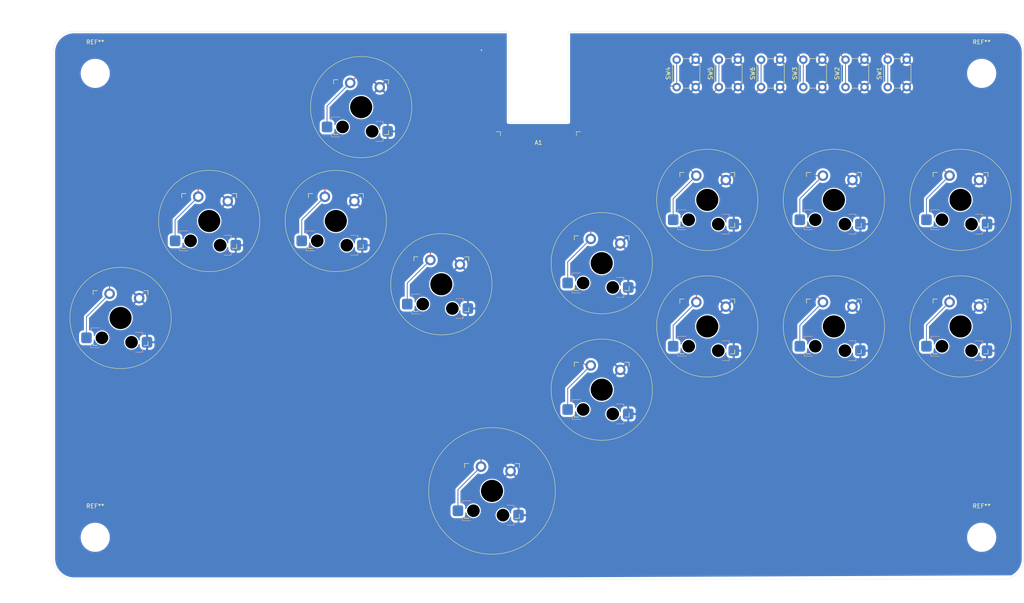
<source format=kicad_pcb>
(kicad_pcb (version 20240108) (generator "pcbnew") (generator_version "8.0")
  (layers (0 "F.Cu" signal) (31 "B.Cu" signal) (34 "B.Paste" user) (35 "F.Paste" user) (36 "B.SilkS" user "B.Silkscreen") (37 "F.SilkS" user "F.Silkscreen") (38 "B.Mask" user) (39 "F.Mask" user) (44 "Edge.Cuts" user))
  (net 0 "")
  (net 1 "GND")
  (net 2 "TRIANGLE")
  (net 4 "SQUARE")
  (net 5 "OPT1")
  (net 6 "DOWN")
  (net 7 "UP_W")
  (net 8 "OPT5")
  (net 9 "OPT6")
  (net 10 "LEFT")
  (net 11 "OPT3")
  (net 12 "OPT4")
  (net 13 "L1")
  (net 14 "CROSS")
  (net 15 "OPT2")
  (net 16 "RIGHT")
  (net 17 "SHIFT")
  (net 18 "L2")
  (net 19 "R2")
  (net 20 "UP")
  (net 22 "CIRCLE")
  (net 23 "R1")
  (footprint "RP2040-Zero:RP2040-Zero" (layer "F.Cu") (at 115 12.08)
    (property "Reference" "A1" (at 0 14.35 0) (layer "F.SilkS"))
    (property "Value" "RP2040-Zero")
    (pad "1" smd roundrect (at 9.16 -10.16 180) (size 3 1.524) (layers "F.Cu" "F.Paste" "F.Mask") (net 5 "OPT1"))
    (pad "2" smd roundrect (at 9.16 -7.62 180) (size 3 1.524) (layers "F.Cu" "F.Paste" "F.Mask") (net 15 "OPT2"))
    (pad "3" smd roundrect (at 9.16 -5.08 180) (size 3 1.524) (layers "F.Cu" "F.Paste" "F.Mask") (net 11 "OPT3"))
    (pad "4" smd roundrect (at 9.16 -2.54 180) (size 3 1.524) (layers "F.Cu" "F.Paste" "F.Mask") (net 12 "OPT4"))
    (pad "5" smd roundrect (at 9.16 0 180) (size 3 1.524) (layers "F.Cu" "F.Paste" "F.Mask") (net 8 "OPT5"))
    (pad "6" smd roundrect (at 9.16 2.54 180) (size 3 1.524) (layers "F.Cu" "F.Paste" "F.Mask") (net 9 "OPT6"))
    (pad "7" smd roundrect (at 9.16 5.08 180) (size 3 1.524) (layers "F.Cu" "F.Paste" "F.Mask") (net 13 "L1"))
    (pad "8" smd roundrect (at 9.16 7.62 180) (size 3 1.524) (layers "F.Cu" "F.Paste" "F.Mask") (net 18 "L2"))
    (pad "9" smd roundrect (at 9.16 10.16 180) (size 3 1.524) (layers "F.Cu" "F.Paste" "F.Mask") (net 23 "R1"))
    (pad "10" smd roundrect (at 5.08 11.7 270) (size 3 1.524) (layers "F.Cu" "F.Paste" "F.Mask") (net 19 "R2"))
    (pad "11" smd roundrect (at 2.54 11.7 270) (size 3 1.524) (layers "F.Cu" "F.Paste" "F.Mask") (net 2 "TRIANGLE"))
    (pad "12" smd roundrect (at 0 11.7 270) (size 3 1.524) (layers "F.Cu" "F.Paste" "F.Mask") (net 22 "CIRCLE"))
    (pad "13" smd roundrect (at -2.54 11.7 270) (size 3 1.524) (layers "F.Cu" "F.Paste" "F.Mask") (net 4 "SQUARE"))
    (pad "14" smd roundrect (at -5.08 11.7 90) (size 3 1.524) (layers "F.Cu" "F.Paste" "F.Mask") (net 14 "CROSS"))
    (pad "15" smd roundrect (at -9.16 10.16 180) (size 3 1.524) (layers "F.Cu" "F.Paste" "F.Mask") (net 20 "UP"))
    (pad "16" smd roundrect (at -9.16 7.62 180) (size 3 1.524) (layers "F.Cu" "F.Paste" "F.Mask") (net 16 "RIGHT"))
    (pad "17" smd roundrect (at -9.16 5.08 180) (size 3 1.524) (layers "F.Cu" "F.Paste" "F.Mask") (net 6 "DOWN"))
    (pad "18" smd roundrect (at -9.16 2.54 180) (size 3 1.524) (layers "F.Cu" "F.Paste" "F.Mask") (net 10 "LEFT"))
    (pad "19" smd roundrect (at -9.16 0 180) (size 3 1.524) (layers "F.Cu" "F.Paste" "F.Mask") (net 17 "SHIFT"))
    (pad "20" smd roundrect (at -9.16 -2.54 180) (size 3 1.524) (layers "F.Cu" "F.Paste" "F.Mask") (net 7 "UP_W"))
    (pad "21" smd roundrect (at -9.16 -5.08 180) (size 3 1.524) (layers "F.Cu" "F.Paste" "F.Mask"))
    (pad "22" smd roundrect (at -9.16 -10.16 180) (size 3 1.524) (layers "F.Cu" "F.Paste" "F.Mask"))
    (pad "23" smd roundrect (at -9.16 -7.62 180) (size 3 1.524) (layers "F.Cu" "F.Paste" "F.Mask") (net 1 "GND"))
  )
  (footprint "Button_Switch_THT:SW_PUSH_6mm_H5mm" (layer "F.Cu") (at 157.75 13.25 90)
    (property "Reference" "SW5" (at 3.25 -2 -90) (layer "F.SilkS"))
    (property "Value" "SW_Push")
    (pad "1" thru_hole circle (at 0 0 180) (size 2 2) (drill 1.1) (layers "*.Cu" "*.Mask") (net 8 "OPT5"))
    (pad "1" thru_hole circle (at 6.5 0 180) (size 2 2) (drill 1.1) (layers "*.Cu" "*.Mask") (net 8 "OPT5"))
    (pad "2" thru_hole circle (at 0 4.5 180) (size 2 2) (drill 1.1) (layers "*.Cu" "*.Mask") (net 1 "GND"))
    (pad "2" thru_hole circle (at 6.5 4.5 180) (size 2 2) (drill 1.1) (layers "*.Cu" "*.Mask") (net 1 "GND"))
  )
  (footprint "MountingHole:MountingHole_6.4mm_M6" (layer "F.Cu") (at 10 120)
    (property "Reference" "REF**" (at 0 -7.4 0) (layer "F.SilkS"))
    (property "Value" "MountingHole_6.4mm_M6")
    (pad "" np_thru_hole circle (at 0 0) (size 6.4 6.4) (drill 6.4) (layers "F&B.Cu" "*.Mask"))
  )
  (footprint "Button_Switch_THT:SW_PUSH_6mm_H5mm" (layer "F.Cu") (at 197.75 13.25 90)
    (property "Reference" "SW1" (at 3.25 -2 -90) (layer "F.SilkS"))
    (property "Value" "SW_Push")
    (pad "1" thru_hole circle (at 0 0 180) (size 2 2) (drill 1.1) (layers "*.Cu" "*.Mask") (net 5 "OPT1"))
    (pad "1" thru_hole circle (at 6.5 0 180) (size 2 2) (drill 1.1) (layers "*.Cu" "*.Mask") (net 5 "OPT1"))
    (pad "2" thru_hole circle (at 0 4.5 180) (size 2 2) (drill 1.1) (layers "*.Cu" "*.Mask") (net 1 "GND"))
    (pad "2" thru_hole circle (at 6.5 4.5 180) (size 2 2) (drill 1.1) (layers "*.Cu" "*.Mask") (net 1 "GND"))
  )
  (footprint "Button_Switch_THT:SW_PUSH_6mm_H5mm" (layer "F.Cu") (at 177.75 13.25 90)
    (property "Reference" "SW3" (at 3.25 -2 -90) (layer "F.SilkS"))
    (property "Value" "SW_Push")
    (pad "1" thru_hole circle (at 0 0 180) (size 2 2) (drill 1.1) (layers "*.Cu" "*.Mask") (net 11 "OPT3"))
    (pad "1" thru_hole circle (at 6.5 0 180) (size 2 2) (drill 1.1) (layers "*.Cu" "*.Mask") (net 11 "OPT3"))
    (pad "2" thru_hole circle (at 0 4.5 180) (size 2 2) (drill 1.1) (layers "*.Cu" "*.Mask") (net 1 "GND"))
    (pad "2" thru_hole circle (at 6.5 4.5 180) (size 2 2) (drill 1.1) (layers "*.Cu" "*.Mask") (net 1 "GND"))
  )
  (footprint "Button_Switch_THT:SW_PUSH_6mm_H5mm" (layer "F.Cu") (at 167.75 13.25 90)
    (property "Reference" "SW6" (at 3.25 -2 -90) (layer "F.SilkS"))
    (property "Value" "SW_Push")
    (pad "1" thru_hole circle (at 0 0 180) (size 2 2) (drill 1.1) (layers "*.Cu" "*.Mask") (net 9 "OPT6"))
    (pad "1" thru_hole circle (at 6.5 0 180) (size 2 2) (drill 1.1) (layers "*.Cu" "*.Mask") (net 9 "OPT6"))
    (pad "2" thru_hole circle (at 0 4.5 180) (size 2 2) (drill 1.1) (layers "*.Cu" "*.Mask") (net 1 "GND"))
    (pad "2" thru_hole circle (at 6.5 4.5 180) (size 2 2) (drill 1.1) (layers "*.Cu" "*.Mask") (net 1 "GND"))
  )
  (footprint "key-switches:SW_Gateron_LowProfile_HotSwap_THT" (layer "F.Cu") (at 16 68)
    (property "Reference" "SW19" (hide yes))
    (property "Value" "SW_Push" (hide yes))
    (pad "" np_thru_hole circle (at -4.4 4.7) (size 3 3) (drill 3) (layers "*.Mask"))
    (pad "" np_thru_hole circle (at 0 0) (size 5.25 5.25) (drill 5.25) (layers "*.Mask"))
    (pad "" np_thru_hole circle (at 2.6 5.75) (size 3 3) (drill 3) (layers "*.Mask"))
    (pad "1" smd roundrect (at -8.075 4.7) (size 2.5 2.55) (layers "B.Cu" "B.Paste" "B.Mask") (roundrect_rratio 0.2) (net 17 "SHIFT"))
    (pad "1" thru_hole circle (at -2.6 -5.75) (size 2.5 2.5) (drill 1.5) (layers "*.Cu" "B.Mask") (net 17 "SHIFT"))
    (pad "2" thru_hole circle (at 4.4 -4.7) (size 2.5 2.5) (drill 1.5) (layers "*.Cu" "B.Mask") (net 1 "GND"))
    (pad "2" smd roundrect (at 6.275 5.75) (size 2.5 2.55) (layers "B.Cu" "B.Paste" "B.Mask") (roundrect_rratio 0.2) (net 1 "GND"))
  )
  (footprint "key-switches:SW_Gateron_LowProfile_HotSwap_THT" (layer "F.Cu") (at 155 40)
    (property "Reference" "SW11" (hide yes))
    (property "Value" "SW_Push" (hide yes))
    (pad "" np_thru_hole circle (at -4.4 4.7) (size 3 3) (drill 3) (layers "*.Mask"))
    (pad "" np_thru_hole circle (at 0 0) (size 5.25 5.25) (drill 5.25) (layers "*.Mask"))
    (pad "" np_thru_hole circle (at 2.6 5.75) (size 3 3) (drill 3) (layers "*.Mask"))
    (pad "1" smd roundrect (at -8.075 4.7) (size 2.5 2.55) (layers "B.Cu" "B.Paste" "B.Mask") (roundrect_rratio 0.2) (net 2 "TRIANGLE"))
    (pad "1" thru_hole circle (at -2.6 -5.75) (size 2.5 2.5) (drill 1.5) (layers "*.Cu" "B.Mask") (net 2 "TRIANGLE"))
    (pad "2" thru_hole circle (at 4.4 -4.7) (size 2.5 2.5) (drill 1.5) (layers "*.Cu" "B.Mask") (net 1 "GND"))
    (pad "2" smd roundrect (at 6.275 5.75) (size 2.5 2.55) (layers "B.Cu" "B.Paste" "B.Mask") (roundrect_rratio 0.2) (net 1 "GND"))
  )
  (footprint "key-switches:SW_Gateron_LowProfile_HotSwap_THT" (layer "F.Cu") (at 92 60)
    (property "Reference" "SW9" (hide yes))
    (property "Value" "SW_Push" (hide yes))
    (pad "" np_thru_hole circle (at -4.4 4.7) (size 3 3) (drill 3) (layers "*.Mask"))
    (pad "" np_thru_hole circle (at 0 0) (size 5.25 5.25) (drill 5.25) (layers "*.Mask"))
    (pad "" np_thru_hole circle (at 2.6 5.75) (size 3 3) (drill 3) (layers "*.Mask"))
    (pad "1" smd roundrect (at -8.075 4.7) (size 2.5 2.55) (layers "B.Cu" "B.Paste" "B.Mask") (roundrect_rratio 0.2) (net 16 "RIGHT"))
    (pad "1" thru_hole circle (at -2.6 -5.75) (size 2.5 2.5) (drill 1.5) (layers "*.Cu" "B.Mask") (net 16 "RIGHT"))
    (pad "2" thru_hole circle (at 4.4 -4.7) (size 2.5 2.5) (drill 1.5) (layers "*.Cu" "B.Mask") (net 1 "GND"))
    (pad "2" smd roundrect (at 6.275 5.75) (size 2.5 2.55) (layers "B.Cu" "B.Paste" "B.Mask") (roundrect_rratio 0.2) (net 1 "GND"))
  )
  (footprint "key-switches:SW_Gateron_LowProfile_HotSwap_THT" (layer "F.Cu") (at 130 85)
    (property "Reference" "SW14" (hide yes))
    (property "Value" "SW_Push" (hide yes))
    (pad "" np_thru_hole circle (at -4.4 4.7) (size 3 3) (drill 3) (layers "*.Mask"))
    (pad "" np_thru_hole circle (at 0 0) (size 5.25 5.25) (drill 5.25) (layers "*.Mask"))
    (pad "" np_thru_hole circle (at 2.6 5.75) (size 3 3) (drill 3) (layers "*.Mask"))
    (pad "1" smd roundrect (at -8.075 4.7) (size 2.5 2.55) (layers "B.Cu" "B.Paste" "B.Mask") (roundrect_rratio 0.2) (net 14 "CROSS"))
    (pad "1" thru_hole circle (at -2.6 -5.75) (size 2.5 2.5) (drill 1.5) (layers "*.Cu" "B.Mask") (net 14 "CROSS"))
    (pad "2" thru_hole circle (at 4.4 -4.7) (size 2.5 2.5) (drill 1.5) (layers "*.Cu" "B.Mask") (net 1 "GND"))
    (pad "2" smd roundrect (at 6.275 5.75) (size 2.5 2.55) (layers "B.Cu" "B.Paste" "B.Mask") (roundrect_rratio 0.2) (net 1 "GND"))
  )
  (footprint "MountingHole:MountingHole_6.4mm_M6" (layer "F.Cu") (at 10 10)
    (property "Reference" "REF**" (at 0 -7.4 0) (layer "F.SilkS"))
    (property "Value" "MountingHole_6.4mm_M6")
    (pad "" np_thru_hole circle (at 0 0) (size 6.4 6.4) (drill 6.4) (layers "*.Cu" "*.Mask"))
  )
  (footprint "key-switches:SW_Gateron_LowProfile_HotSwap_THT" (layer "F.Cu") (at 37 45)
    (property "Reference" "SW7" (hide yes))
    (property "Value" "SW_Push" (hide yes))
    (pad "" np_thru_hole circle (at -4.4 4.7) (size 3 3) (drill 3) (layers "*.Mask"))
    (pad "" np_thru_hole circle (at 0 0) (size 5.25 5.25) (drill 5.25) (layers "*.Mask"))
    (pad "" np_thru_hole circle (at 2.6 5.75) (size 3 3) (drill 3) (layers "*.Mask"))
    (pad "1" smd roundrect (at -8.075 4.7) (size 2.5 2.55) (layers "B.Cu" "B.Paste" "B.Mask") (roundrect_rratio 0.2) (net 10 "LEFT"))
    (pad "1" thru_hole circle (at -2.6 -5.75) (size 2.5 2.5) (drill 1.5) (layers "*.Cu" "B.Mask") (net 10 "LEFT"))
    (pad "2" thru_hole circle (at 4.4 -4.7) (size 2.5 2.5) (drill 1.5) (layers "*.Cu" "B.Mask") (net 1 "GND"))
    (pad "2" smd roundrect (at 6.275 5.75) (size 2.5 2.55) (layers "B.Cu" "B.Paste" "B.Mask") (roundrect_rratio 0.2) (net 1 "GND"))
  )
  (footprint "key-switches:SW_Gateron_LowProfile_HotSwap_THT" (layer "F.Cu") (at 73 18)
    (property "Reference" "SW20" (hide yes))
    (property "Value" "SW_Push" (hide yes))
    (pad "" np_thru_hole circle (at -4.4 4.7) (size 3 3) (drill 3) (layers "*.Mask"))
    (pad "" np_thru_hole circle (at 0 0) (size 5.25 5.25) (drill 5.25) (layers "*.Mask"))
    (pad "" np_thru_hole circle (at 2.6 5.75) (size 3 3) (drill 3) (layers "*.Mask"))
    (pad "1" smd roundrect (at -8.075 4.7) (size 2.5 2.55) (layers "B.Cu" "B.Paste" "B.Mask") (roundrect_rratio 0.2) (net 7 "UP_W"))
    (pad "1" thru_hole circle (at -2.6 -5.75) (size 2.5 2.5) (drill 1.5) (layers "*.Cu" "B.Mask") (net 7 "UP_W"))
    (pad "2" thru_hole circle (at 4.4 -4.7) (size 2.5 2.5) (drill 1.5) (layers "*.Cu" "B.Mask") (net 1 "GND"))
    (pad "2" smd roundrect (at 6.275 5.75) (size 2.5 2.55) (layers "B.Cu" "B.Paste" "B.Mask") (roundrect_rratio 0.2) (net 1 "GND"))
  )
  (footprint "key-switches:SW_Gateron_LowProfile_HotSwap_THT" (layer "F.Cu") (at 185 70)
    (property "Reference" "SW16" (hide yes))
    (property "Value" "SW_Push" (hide yes))
    (pad "" np_thru_hole circle (at -4.4 4.7) (size 3 3) (drill 3) (layers "*.Mask"))
    (pad "" np_thru_hole circle (at 0 0) (size 5.25 5.25) (drill 5.25) (layers "*.Mask"))
    (pad "" np_thru_hole circle (at 2.6 5.75) (size 3 3) (drill 3) (layers "*.Mask"))
    (pad "1" smd roundrect (at -8.075 4.7) (size 2.5 2.55) (layers "B.Cu" "B.Paste" "B.Mask") (roundrect_rratio 0.2) (net 19 "R2"))
    (pad "1" thru_hole circle (at -2.6 -5.75) (size 2.5 2.5) (drill 1.5) (layers "*.Cu" "B.Mask") (net 19 "R2"))
    (pad "2" thru_hole circle (at 4.4 -4.7) (size 2.5 2.5) (drill 1.5) (layers "*.Cu" "B.Mask") (net 1 "GND"))
    (pad "2" smd roundrect (at 6.275 5.75) (size 2.5 2.55) (layers "B.Cu" "B.Paste" "B.Mask") (roundrect_rratio 0.2) (net 1 "GND"))
  )
  (footprint "key-switches:SW_Gateron_LowProfile_HotSwap_THT" (layer "F.Cu") (at 130 55)
    (property "Reference" "SW10" (hide yes))
    (property "Value" "SW_Push" (hide yes))
    (pad "" np_thru_hole circle (at -4.4 4.7) (size 3 3) (drill 3) (layers "*.Mask"))
    (pad "" np_thru_hole circle (at 0 0) (size 5.25 5.25) (drill 5.25) (layers "*.Mask"))
    (pad "" np_thru_hole circle (at 2.6 5.75) (size 3 3) (drill 3) (layers "*.Mask"))
    (pad "1" smd roundrect (at -8.075 4.7) (size 2.5 2.55) (layers "B.Cu" "B.Paste" "B.Mask") (roundrect_rratio 0.2) (net 4 "SQUARE"))
    (pad "1" thru_hole circle (at -2.6 -5.75) (size 2.5 2.5) (drill 1.5) (layers "*.Cu" "B.Mask") (net 4 "SQUARE"))
    (pad "2" thru_hole circle (at 4.4 -4.7) (size 2.5 2.5) (drill 1.5) (layers "*.Cu" "B.Mask") (net 1 "GND"))
    (pad "2" smd roundrect (at 6.275 5.75) (size 2.5 2.55) (layers "B.Cu" "B.Paste" "B.Mask") (roundrect_rratio 0.2) (net 1 "GND"))
  )
  (footprint "Button_Switch_THT:SW_PUSH_6mm_H5mm" (layer "F.Cu") (at 147.75 13.25 90)
    (property "Reference" "SW4" (at 3.25 -2 -90) (layer "F.SilkS"))
    (property "Value" "SW_Push")
    (pad "1" thru_hole circle (at 0 0 180) (size 2 2) (drill 1.1) (layers "*.Cu" "*.Mask") (net 12 "OPT4"))
    (pad "1" thru_hole circle (at 6.5 0 180) (size 2 2) (drill 1.1) (layers "*.Cu" "*.Mask") (net 12 "OPT4"))
    (pad "2" thru_hole circle (at 0 4.5 180) (size 2 2) (drill 1.1) (layers "*.Cu" "*.Mask") (net 1 "GND"))
    (pad "2" thru_hole circle (at 6.5 4.5 180) (size 2 2) (drill 1.1) (layers "*.Cu" "*.Mask") (net 1 "GND"))
  )
  (footprint "MountingHole:MountingHole_6.4mm_M6" (layer "F.Cu") (at 220 10)
    (property "Reference" "REF**" (at 0 -7.4 0) (layer "F.SilkS"))
    (property "Value" "MountingHole_6.4mm_M6")
    (pad "" np_thru_hole circle (at 0 0) (size 6.4 6.4) (drill 6.4) (layers "F&B.Cu" "*.Mask"))
  )
  (footprint "key-switches:SW_Gateron_LowProfile_HotSwap_THT" (layer "F.Cu") (at 67 45)
    (property "Reference" "SW8" (hide yes))
    (property "Value" "SW_Push" (hide yes))
    (pad "" np_thru_hole circle (at -4.4 4.7) (size 3 3) (drill 3) (layers "*.Mask"))
    (pad "" np_thru_hole circle (at 0 0) (size 5.25 5.25) (drill 5.25) (layers "*.Mask"))
    (pad "" np_thru_hole circle (at 2.6 5.75) (size 3 3) (drill 3) (layers "*.Mask"))
    (pad "1" smd roundrect (at -8.075 4.7) (size 2.5 2.55) (layers "B.Cu" "B.Paste" "B.Mask") (roundrect_rratio 0.2) (net 6 "DOWN"))
    (pad "1" thru_hole circle (at -2.6 -5.75) (size 2.5 2.5) (drill 1.5) (layers "*.Cu" "B.Mask") (net 6 "DOWN"))
    (pad "2" thru_hole circle (at 4.4 -4.7) (size 2.5 2.5) (drill 1.5) (layers "*.Cu" "B.Mask") (net 1 "GND"))
    (pad "2" smd roundrect (at 6.275 5.75) (size 2.5 2.55) (layers "B.Cu" "B.Paste" "B.Mask") (roundrect_rratio 0.2) (net 1 "GND"))
  )
  (footprint "key-switches:SW_Gateron_LowProfile_HotSwap_THT" (layer "F.Cu") (at 104 109)
    (property "Reference" "SW18" (hide yes))
    (property "Value" "SW_Push" (hide yes))
    (pad "" np_thru_hole circle (at -4.4 4.7) (size 3 3) (drill 3) (layers "*.Mask"))
    (pad "" np_thru_hole circle (at 0 0) (size 5.25 5.25) (drill 5.25) (layers "*.Mask"))
    (pad "" np_thru_hole circle (at 2.6 5.75) (size 3 3) (drill 3) (layers "*.Mask"))
    (pad "1" smd roundrect (at -8.075 4.7) (size 2.5 2.55) (layers "B.Cu" "B.Paste" "B.Mask") (roundrect_rratio 0.2) (net 20 "UP"))
    (pad "1" thru_hole circle (at -2.6 -5.75) (size 2.5 2.5) (drill 1.5) (layers "*.Cu" "B.Mask") (net 20 "UP"))
    (pad "2" thru_hole circle (at 4.4 -4.7) (size 2.5 2.5) (drill 1.5) (layers "*.Cu" "B.Mask") (net 1 "GND"))
    (pad "2" smd roundrect (at 6.275 5.75) (size 2.5 2.55) (layers "B.Cu" "B.Paste" "B.Mask") (roundrect_rratio 0.2) (net 1 "GND"))
  )
  (footprint "Button_Switch_THT:SW_PUSH_6mm_H5mm" (layer "F.Cu") (at 187.75 13.25 90)
    (property "Reference" "SW2" (at 3.25 -2 -90) (layer "F.SilkS"))
    (property "Value" "SW_Push")
    (pad "1" thru_hole circle (at 0 0 180) (size 2 2) (drill 1.1) (layers "*.Cu" "*.Mask") (net 15 "OPT2"))
    (pad "1" thru_hole circle (at 6.5 0 180) (size 2 2) (drill 1.1) (layers "*.Cu" "*.Mask") (net 15 "OPT2"))
    (pad "2" thru_hole circle (at 0 4.5 180) (size 2 2) (drill 1.1) (layers "*.Cu" "*.Mask") (net 1 "GND"))
    (pad "2" thru_hole circle (at 6.5 4.5 180) (size 2 2) (drill 1.1) (layers "*.Cu" "*.Mask") (net 1 "GND"))
  )
  (footprint "key-switches:SW_Gateron_LowProfile_HotSwap_THT" (layer "F.Cu") (at 215 70)
    (property "Reference" "SW17" (hide yes))
    (property "Value" "SW_Push" (hide yes))
    (pad "" np_thru_hole circle (at -4.4 4.7) (size 3 3) (drill 3) (layers "*.Mask"))
    (pad "" np_thru_hole circle (at 0 0) (size 5.25 5.25) (drill 5.25) (layers "*.Mask"))
    (pad "" np_thru_hole circle (at 2.6 5.75) (size 3 3) (drill 3) (layers "*.Mask"))
    (pad "1" smd roundrect (at -8.075 4.7) (size 2.5 2.55) (layers "B.Cu" "B.Paste" "B.Mask") (roundrect_rratio 0.2) (net 18 "L2"))
    (pad "1" thru_hole circle (at -2.6 -5.75) (size 2.5 2.5) (drill 1.5) (layers "*.Cu" "B.Mask") (net 18 "L2"))
    (pad "2" thru_hole circle (at 4.4 -4.7) (size 2.5 2.5) (drill 1.5) (layers "*.Cu" "B.Mask") (net 1 "GND"))
    (pad "2" smd roundrect (at 6.275 5.75) (size 2.5 2.55) (layers "B.Cu" "B.Paste" "B.Mask") (roundrect_rratio 0.2) (net 1 "GND"))
  )
  (footprint "MountingHole:MountingHole_6.4mm_M6" (layer "F.Cu") (at 220 120)
    (property "Reference" "REF**" (at 0 -7.4 0) (layer "F.SilkS"))
    (property "Value" "MountingHole_6.4mm_M6")
    (pad "" np_thru_hole circle (at 0 0) (size 6.4 6.4) (drill 6.4) (layers "F&B.Cu" "*.Mask"))
  )
  (footprint "key-switches:SW_Gateron_LowProfile_HotSwap_THT" (layer "F.Cu") (at 155 70)
    (property "Reference" "SW15" (hide yes))
    (property "Value" "SW_Push" (hide yes))
    (pad "" np_thru_hole circle (at -4.4 4.7) (size 3 3) (drill 3) (layers "*.Mask"))
    (pad "" np_thru_hole circle (at 0 0) (size 5.25 5.25) (drill 5.25) (layers "*.Mask"))
    (pad "" np_thru_hole circle (at 2.6 5.75) (size 3 3) (drill 3) (layers "*.Mask"))
    (pad "1" smd roundrect (at -8.075 4.7) (size 2.5 2.55) (layers "B.Cu" "B.Paste" "B.Mask") (roundrect_rratio 0.2) (net 22 "CIRCLE"))
    (pad "1" thru_hole circle (at -2.6 -5.75) (size 2.5 2.5) (drill 1.5) (layers "*.Cu" "B.Mask") (net 22 "CIRCLE"))
    (pad "2" thru_hole circle (at 4.4 -4.7) (size 2.5 2.5) (drill 1.5) (layers "*.Cu" "B.Mask") (net 1 "GND"))
    (pad "2" smd roundrect (at 6.275 5.75) (size 2.5 2.55) (layers "B.Cu" "B.Paste" "B.Mask") (roundrect_rratio 0.2) (net 1 "GND"))
  )
  (footprint "key-switches:SW_Gateron_LowProfile_HotSwap_THT" (layer "F.Cu") (at 185 40)
    (property "Reference" "SW12" (hide yes))
    (property "Value" "SW_Push" (hide yes))
    (pad "" np_thru_hole circle (at -4.4 4.7) (size 3 3) (drill 3) (layers "*.Mask"))
    (pad "" np_thru_hole circle (at 0 0) (size 5.25 5.25) (drill 5.25) (layers "*.Mask"))
    (pad "" np_thru_hole circle (at 2.6 5.75) (size 3 3) (drill 3) (layers "*.Mask"))
    (pad "1" smd roundrect (at -8.075 4.7) (size 2.5 2.55) (layers "B.Cu" "B.Paste" "B.Mask") (roundrect_rratio 0.2) (net 23 "R1"))
    (pad "1" thru_hole circle (at -2.6 -5.75) (size 2.5 2.5) (drill 1.5) (layers "*.Cu" "B.Mask") (net 23 "R1"))
    (pad "2" thru_hole circle (at 4.4 -4.7) (size 2.5 2.5) (drill 1.5) (layers "*.Cu" "B.Mask") (net 1 "GND"))
    (pad "2" smd roundrect (at 6.275 5.75) (size 2.5 2.55) (layers "B.Cu" "B.Paste" "B.Mask") (roundrect_rratio 0.2) (net 1 "GND"))
  )
  (footprint "key-switches:SW_Gateron_LowProfile_HotSwap_THT" (layer "F.Cu") (at 215 40)
    (property "Reference" "SW13" (hide yes))
    (property "Value" "SW_Push" (hide yes))
    (pad "" np_thru_hole circle (at -4.4 4.7) (size 3 3) (drill 3) (layers "*.Mask"))
    (pad "" np_thru_hole circle (at 0 0) (size 5.25 5.25) (drill 5.25) (layers "*.Mask"))
    (pad "" np_thru_hole circle (at 2.6 5.75) (size 3 3) (drill 3) (layers "*.Mask"))
    (pad "1" smd roundrect (at -8.075 4.7) (size 2.5 2.55) (layers "B.Cu" "B.Paste" "B.Mask") (roundrect_rratio 0.2) (net 13 "L1"))
    (pad "1" thru_hole circle (at -2.6 -5.75) (size 2.5 2.5) (drill 1.5) (layers "*.Cu" "B.Mask") (net 13 "L1"))
    (pad "2" thru_hole circle (at 4.4 -4.7) (size 2.5 2.5) (drill 1.5) (layers "*.Cu" "B.Mask") (net 1 "GND"))
    (pad "2" smd roundrect (at 6.275 5.75) (size 2.5 2.55) (layers "B.Cu" "B.Paste" "B.Mask") (roundrect_rratio 0.2) (net 1 "GND"))
  )
  (gr_circle (center 37 45) (end 49 45) (stroke (width 0.1)) (fill none) (layer "F.SilkS"))
  (gr_circle (center 16 68) (end 28 68) (stroke (width 0.1)) (fill none) (layer "F.SilkS"))
  (gr_circle (center 92 60) (end 104 60) (stroke (width 0.1)) (fill none) (layer "F.SilkS"))
  (gr_circle (center 185 40) (end 197 40) (stroke (width 0.1)) (fill none) (layer "F.SilkS"))
  (gr_circle (center 130 85) (end 142 85) (stroke (width 0.1)) (fill none) (layer "F.SilkS"))
  (gr_circle (center 155 70) (end 167 70) (stroke (width 0.1)) (fill none) (layer "F.SilkS"))
  (gr_circle (center 155 40) (end 167 40) (stroke (width 0.1)) (fill none) (layer "F.SilkS"))
  (gr_circle (center 73 18) (end 85 18) (stroke (width 0.1)) (fill none) (layer "F.SilkS"))
  (gr_circle (center 215 40) (end 227 40) (stroke (width 0.1)) (fill none) (layer "F.SilkS"))
  (gr_circle (center 185 70) (end 197 70) (stroke (width 0.1)) (fill none) (layer "F.SilkS"))
  (gr_circle (center 67 45) (end 79 45) (stroke (width 0.1)) (fill none) (layer "F.SilkS"))
  (gr_circle (center 215 70) (end 227 70) (stroke (width 0.1)) (fill none) (layer "F.SilkS"))
  (gr_circle (center 104 109) (end 119 109) (stroke (width 0.1)) (fill none) (layer "F.SilkS"))
  (gr_circle (center 130 55) (end 142 55) (stroke (width 0.1)) (fill none) (layer "F.SilkS"))
  (gr_arc (start 0 5) (mid 1.464466 1.464466) (end 5 0) (stroke (width 0.05)) (layer "Edge.Cuts"))
  (gr_line (start 108 0) (end 108 21.5) (stroke (width 0.05)) (layer "Edge.Cuts"))
  (gr_arc (start 5 130) (mid 1.464466 128.535534) (end 0 125) (stroke (width 0.05)) (layer "Edge.Cuts"))
  (gr_line (start 230 5) (end 230 125) (stroke (width 0.05)) (layer "Edge.Cuts"))
  (gr_line (start 122 0) (end 225 0) (stroke (width 0.05)) (layer "Edge.Cuts"))
  (gr_line (start 5 130) (end 225 130) (stroke (width 0.05)) (layer "Edge.Cuts"))
  (gr_line (start 0 5) (end 0 125) (stroke (width 0.05)) (layer "Edge.Cuts"))
  (gr_line (start 122 0) (end 122 21.5) (stroke (width 0.05)) (layer "Edge.Cuts"))
  (gr_arc (start 225 0) (mid 228.535534 1.464466) (end 230 5) (stroke (width 0.05)) (layer "Edge.Cuts"))
  (gr_line (start 108 21.5) (end 122 21.5) (stroke (width 0.05)) (layer "Edge.Cuts"))
  (gr_arc (start 230 125) (mid 228.535534 128.535534) (end 225 130) (stroke (width 0.05)) (layer "Edge.Cuts"))
  (gr_line (start 5 0) (end 108 0) (stroke (width 0.05)) (layer "Edge.Cuts"))
  (segment (start 101.5 4.5) (end 101.54 4.46) (width 0.2) (layer "F.Cu") (net 1))
  (segment (start 105.84 4.46) (end 101.54 4.46) (width 0.2) (layer "F.Cu") (net 1))
  (via (at 101.5 4.5) (size 0.6) (drill 0.3) (layers "F.Cu" "B.Cu") (net 1))
  (segment (start 47 50.657387) (end 47 44.078) (width 0.2) (layer "B.Cu") (net 1))
  (segment (start 147.4 29.25) (end 152.4 34.25) (width 0.2) (layer "F.Cu") (net 2))
  (segment (start 119.25 29.25) (end 147.4 29.25) (width 0.2) (layer "F.Cu") (net 2))
  (segment (start 117.54 27.54) (end 119.25 29.25) (width 0.2) (layer "F.Cu") (net 2))
  (segment (start 117.54 23.78) (end 117.54 27.54) (width 0.2) (layer "F.Cu") (net 2))
  (segment (start 146.925 39.725) (end 146.925 44.7) (width 0.2) (layer "B.Cu") (net 2))
  (segment (start 152.4 34.25) (end 146.925 39.725) (width 0.2) (layer "B.Cu") (net 2))
  (segment (start 112.46 24.46) (end 127.4 39.4) (width 0.2) (layer "F.Cu") (net 4))
  (segment (start 112.46 23.78) (end 112.46 24.46) (width 0.2) (layer "F.Cu") (net 4))
  (segment (start 127.4 39.4) (end 127.4 49.25) (width 0.2) (layer "F.Cu") (net 4))
  (segment (start 121.925 54.725) (end 121.925 59.7) (width 0.2) (layer "B.Cu") (net 4))
  (segment (start 127.4 49.25) (end 121.925 54.725) (width 0.2) (layer "B.Cu") (net 4))
  (segment (start 197.75 6.25) (end 197.75 6.75) (width 0.2) (layer "F.Cu") (net 5))
  (segment (start 124.16 1.92) (end 193.42 1.92) (width 0.2) (layer "F.Cu") (net 5))
  (segment (start 193.42 1.92) (end 197.75 6.25) (width 0.2) (layer "F.Cu") (net 5))
  (segment (start 197.75 6.75) (end 197.75 13.25) (width 0.2) (layer "B.Cu") (net 5))
  (segment (start 102.84 17.16) (end 105.84 17.16) (width 0.2) (layer "F.Cu") (net 6))
  (segment (start 64.4 33.6) (end 68 30) (width 0.2) (layer "F.Cu") (net 6))
  (segment (start 68 30) (end 90 30) (width 0.2) (layer "F.Cu") (net 6))
  (segment (start 90 30) (end 102.84 17.16) (width 0.2) (layer "F.Cu") (net 6))
  (segment (start 64.4 39.25) (end 64.4 33.6) (width 0.2) (layer "F.Cu") (net 6))
  (segment (start 64.4 39.25) (end 58.925 44.725) (width 0.2) (layer "B.Cu") (net 6))
  (segment (start 58.925 44.725) (end 58.925 49.7) (width 0.2) (layer "B.Cu") (net 6))
  (segment (start 73.11 9.54) (end 70.4 12.25) (width 0.2) (layer "F.Cu") (net 7))
  (segment (start 105.84 9.54) (end 73.11 9.54) (width 0.2) (layer "F.Cu") (net 7))
  (segment (start 64.925 17.725) (end 64.925 22.7) (width 0.2) (layer "B.Cu") (net 7))
  (segment (start 70.4 12.25) (end 64.925 17.725) (width 0.2) (layer "B.Cu") (net 7))
  (segment (start 124.16 12.08) (end 125.12 12.08) (width 0.2) (layer "F.Cu") (net 8))
  (segment (start 156 15) (end 157.75 13.25) (width 0.2) (layer "F.Cu") (net 8))
  (segment (start 125.12 12.08) (end 128.04 15) (width 0.2) (layer "F.Cu") (net 8))
  (segment (start 128.04 15) (end 156 15) (width 0.2) (layer "F.Cu") (net 8))
  (segment (start 157.75 6.75) (end 157.75 13.25) (width 0.2) (layer "B.Cu") (net 8))
  (segment (start 165 16) (end 167.75 13.25) (width 0.2) (layer "F.Cu") (net 9))
  (segment (start 124.16 14.62) (end 124.54 15) (width 0.2) (layer "F.Cu") (net 9))
  (segment (start 126 15) (end 127 16) (width 0.2) (layer "F.Cu") (net 9))
  (segment (start 127 16) (end 165 16) (width 0.2) (layer "F.Cu") (net 9))
  (segment (start 124.54 15) (end 126 15) (width 0.2) (layer "F.Cu") (net 9))
  (segment (start 167.75 6.75) (end 167.75 13.25) (width 0.2) (layer "B.Cu") (net 9))
  (segment (start 34.4 30.6) (end 35.75 29.25) (width 0.2) (layer "F.Cu") (net 10))
  (segment (start 35.75 29.25) (end 89.75 29.25) (width 0.2) (layer "F.Cu") (net 10))
  (segment (start 89.75 29.25) (end 104.38 14.62) (width 0.2) (layer "F.Cu") (net 10))
  (segment (start 34.4 39.25) (end 34.4 30.6) (width 0.2) (layer "F.Cu") (net 10))
  (segment (start 104.38 14.62) (end 105.84 14.62) (width 0.2) (layer "F.Cu") (net 10))
  (segment (start 34.4 39.25) (end 28.925 44.725) (width 0.2) (layer "B.Cu") (net 10))
  (segment (start 28.925 44.725) (end 28.925 49.7) (width 0.2) (layer "B.Cu") (net 10))
  (segment (start 127.16 4) (end 175 4) (width 0.2) (layer "F.Cu") (net 11))
  (segment (start 124.16 7) (end 127.16 4) (width 0.2) (layer "F.Cu") (net 11))
  (segment (start 175 4) (end 177.75 6.75) (width 0.2) (layer "F.Cu") (net 11))
  (segment (start 177.75 6.75) (end 177.75 13.25) (width 0.2) (layer "B.Cu") (net 11))
  (segment (start 147.5 13) (end 147.75 13.25) (width 0.2) (layer "F.Cu") (net 12))
  (segment (start 129 13) (end 147.5 13) (width 0.2) (layer "F.Cu") (net 12))
  (segment (start 125.54 9.54) (end 129 13) (width 0.2) (layer "F.Cu") (net 12))
  (segment (start 124.16 9.54) (end 125.54 9.54) (width 0.2) (layer "F.Cu") (net 12))
  (segment (start 147.75 6.75) (end 147.75 13.25) (width 0.2) (layer "B.Cu") (net 12))
  (segment (start 125.5 18.5) (end 124.16 17.16) (width 0.2) (layer "F.Cu") (net 13))
  (segment (start 212.4 34.25) (end 196.65 18.5) (width 0.2) (layer "F.Cu") (net 13))
  (segment (start 125.5 18.5) (end 196.65 18.5) (width 0.2) (layer "F.Cu") (net 13))
  (segment (start 206.925 39.725) (end 206.925 44.7) (width 0.2) (layer "B.Cu") (net 13))
  (segment (start 212.4 34.25) (end 206.925 39.725) (width 0.2) (layer "B.Cu") (net 13))
  (segment (start 127.4 79.25) (end 126.25 79.25) (width 0.2) (layer "F.Cu") (net 14))
  (segment (start 117 33) (end 109.92 25.92) (width 0.2) (layer "F.Cu") (net 14))
  (segment (start 126.25 79.25) (end 117 70) (width 0.2) (layer "F.Cu") (net 14))
  (segment (start 117 70) (end 117 33) (width 0.2) (layer "F.Cu") (net 14))
  (segment (start 109.92 25.92) (end 109.92 23.78) (width 0.2) (layer "F.Cu") (net 14))
  (segment (start 121.925 84.725) (end 121.925 89.7) (width 0.2) (layer "B.Cu") (net 14))
  (segment (start 127.4 79.25) (end 121.925 84.725) (width 0.2) (layer "B.Cu") (net 14))
  (segment (start 184 3) (end 187.75 6.75) (width 0.2) (layer "F.Cu") (net 15))
  (segment (start 124.16 4.46) (end 125.62 3) (width 0.2) (layer "F.Cu") (net 15))
  (segment (start 125.62 3) (end 184 3) (width 0.2) (layer "F.Cu") (net 15))
  (segment (start 187.75 13.25) (end 187.75 6.75) (width 0.2) (layer "B.Cu") (net 15))
  (segment (start 89.4 54.25) (end 89.4 31.6) (width 0.2) (layer "F.Cu") (net 16))
  (segment (start 89.4 31.6) (end 90 31) (width 0.2) (layer "F.Cu") (net 16))
  (segment (start 101.3 19.7) (end 90 31) (width 0.2) (layer "F.Cu") (net 16))
  (segment (start 105.84 19.7) (end 101.3 19.7) (width 0.2) (layer "F.Cu") (net 16))
  (segment (start 83.925 59.725) (end 83.925 64.7) (width 0.2) (layer "B.Cu") (net 16))
  (segment (start 89.4 54.25) (end 83.925 59.725) (width 0.2) (layer "B.Cu") (net 16))
  (segment (start 13.4 62.25) (end 13.4 50.6) (width 0.2) (layer "F.Cu") (net 17))
  (segment (start 13.4 50.6) (end 35.5 28.5) (width 0.2) (layer "F.Cu") (net 17))
  (segment (start 35.5 28.5) (end 89.42 28.5) (width 0.2) (layer "F.Cu") (net 17))
  (segment (start 89.42 28.5) (end 105.84 12.08) (width 0.2) (layer "F.Cu") (net 17))
  (segment (start 13.4 62.25) (end 7.925 67.725) (width 0.2) (layer "B.Cu") (net 17))
  (segment (start 7.925 67.725) (end 7.925 72.7) (width 0.2) (layer "B.Cu") (net 17))
  (segment (start 212.4 64.25) (end 212.4 61.4) (width 0.2) (layer "F.Cu") (net 18))
  (segment (start 202 26) (end 195.5 19.5) (width 0.2) (layer "F.Cu") (net 18))
  (segment (start 202 51) (end 202 26) (width 0.2) (layer "F.Cu") (net 18))
  (segment (start 124.36 19.5) (end 124.16 19.7) (width 0.2) (layer "F.Cu") (net 18))
  (segment (start 195.5 19.5) (end 124.36 19.5) (width 0.2) (layer "F.Cu") (net 18))
  (segment (start 212.4 61.4) (end 202 51) (width 0.2) (layer "F.Cu") (net 18))
  (segment (start 206.925 69.725) (end 206.925 74.7) (width 0.2) (layer "B.Cu") (net 18))
  (segment (start 212.4 64.25) (end 206.925 69.725) (width 0.2) (layer "B.Cu") (net 18))
  (segment (start 163.53 23.78) (end 170 30.25) (width 0.2) (layer "F.Cu") (net 19))
  (segment (start 120.08 23.78) (end 163.53 23.78) (width 0.2) (layer "F.Cu") (net 19))
  (segment (start 170 30.25) (end 170 51.85) (width 0.2) (layer "F.Cu") (net 19))
  (segment (start 170 51.85) (end 182.4 64.25) (width 0.2) (layer "F.Cu") (net 19))
  (segment (start 182.4 64.25) (end 176.925 69.725) (width 0.2) (layer "B.Cu") (net 19))
  (segment (start 176.925 69.725) (end 176.925 74.7) (width 0.2) (layer "B.Cu") (net 19))
  (segment (start 116.25 33.25) (end 105.84 22.84) (width 0.2) (layer "F.Cu") (net 20))
  (segment (start 105.84 22.84) (end 105.84 22.24) (width 0.2) (layer "F.Cu") (net 20))
  (segment (start 101.4 103.25) (end 101.4 94.6) (width 0.2) (layer "F.Cu") (net 20))
  (segment (start 101.4 94.6) (end 116.25 79.75) (width 0.2) (layer "F.Cu") (net 20))
  (segment (start 116.25 79.75) (end 116.25 33.25) (width 0.2) (layer "F.Cu") (net 20))
  (segment (start 95.925 108.725) (end 95.925 113.7) (width 0.2) (layer "B.Cu") (net 20))
  (segment (start 101.4 103.25) (end 95.925 108.725) (width 0.2) (layer "B.Cu") (net 20))
  (segment (start 115 23.78) (end 115 26) (width 0.2) (layer "F.Cu") (net 22))
  (segment (start 115 26) (end 119 30) (width 0.2) (layer "F.Cu") (net 22))
  (segment (start 152.4 55.4) (end 152.4 64.25) (width 0.2) (layer "F.Cu") (net 22))
  (segment (start 127 30) (end 152.4 55.4) (width 0.2) (layer "F.Cu") (net 22))
  (segment (start 119 30) (end 127 30) (width 0.2) (layer "F.Cu") (net 22))
  (segment (start 152.4 64.25) (end 146.925 69.725) (width 0.2) (layer "B.Cu") (net 22))
  (segment (start 146.925 69.725) (end 146.925 74.7) (width 0.2) (layer "B.Cu") (net 22))
  (segment (start 175.5 34.25) (end 182.4 34.25) (width 0.2) (layer "F.Cu") (net 23))
  (segment (start 161.75 20.5) (end 175.5 34.25) (width 0.2) (layer "F.Cu") (net 23))
  (segment (start 125.9 20.5) (end 161.75 20.5) (width 0.2) (layer "F.Cu") (net 23))
  (segment (start 124.16 22.24) (end 125.9 20.5) (width 0.2) (layer "F.Cu") (net 23))
  (segment (start 182.4 34.25) (end 176.925 39.725) (width 0.2) (layer "B.Cu") (net 23))
  (segment (start 176.925 39.725) (end 176.925 44.7) (width 0.2) (layer "B.Cu") (net 23))
  (zone (net 1) (net_name "GND") (layer "B.Cu") (connect_pads (clearance 0.5)) (min_thickness 0.25) (fill yes (thermal_gap 0.5) (thermal_bridge_width 0.5))
    (polygon (pts (xy 0 0) (xy 230 0) (xy 230 129) (xy 0 130)))
  )
)
</source>
